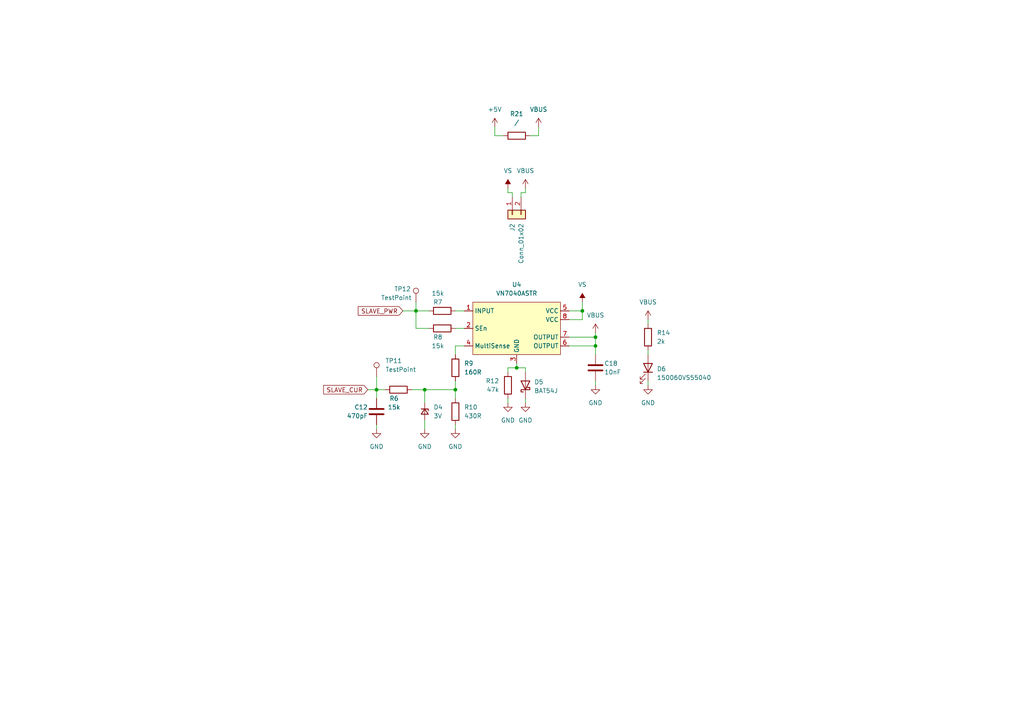
<source format=kicad_sch>
(kicad_sch (version 20250114) (generator "eeschema") (generator_version "9.0")
  (paper "A4")
  (lib_symbols
    (symbol "Connector:TestPoint" (pin_numbers (hide yes)) (pin_names (offset 0.762) (hide yes))
      (property "Reference" "TP" (at 0 6.858 0))
      (property "Value" "TestPoint" (at 0 5.08 0))
      (symbol "TestPoint_0_1"
        (circle (center 0 3.302) (radius 0.762))
      )
      (symbol "TestPoint_1_1"
        (pin passive line (at 0 0 90) (length 2.54) (name "1") (number "1"))
      )
    )
    (symbol "Connector_Generic:Conn_01x02" (pin_names (offset 1.016) (hide yes))
      (property "Reference" "J" (at 0 2.54 0))
      (property "Value" "Conn_01x02" (at 0 -5.08 0))
      (symbol "Conn_01x02_1_1"
        (rectangle (start -1.27 1.27) (end 1.27 -3.81) (stroke (width 0.254)) (fill (type background)))
        (rectangle (start -1.27 0.127) (end 0 -0.127) (stroke (width 0.1524)))
        (rectangle (start -1.27 -2.413) (end 0 -2.667) (stroke (width 0.1524)))
        (pin passive line (at -5.08 0 0) (length 3.81) (name "Pin_1") (number "1"))
        (pin passive line (at -5.08 -2.54 0) (length 3.81) (name "Pin_2") (number "2"))
      )
    )
    (symbol "Device:C" (pin_numbers (hide yes)) (pin_names (offset 0.254))
      (property "Reference" "C" (at 0.635 2.54 0))
      (property "Value" "C" (at 0.635 -2.54 0))
      (symbol "C_0_1"
        (polyline (pts (xy -2.032 0.762) (xy 2.032 0.762)) (stroke (width 0.508)))
        (polyline (pts (xy -2.032 -0.762) (xy 2.032 -0.762)) (stroke (width 0.508)))
      )
      (symbol "C_1_1"
        (pin passive line (at 0 3.81 270) (length 2.794) (name "~") (number "1"))
        (pin passive line (at 0 -3.81 90) (length 2.794) (name "~") (number "2"))
      )
    )
    (symbol "Device:D_Zener_Small" (pin_numbers (hide yes)) (pin_names (offset 0.254) (hide yes))
      (property "Reference" "D" (at 0 2.286 0))
      (property "Value" "D_Zener_Small" (at 0 -2.286 0))
      (symbol "D_Zener_Small_0_1"
        (polyline (pts (xy -0.254 1.016) (xy -0.762 1.016) (xy -0.762 -1.016)) (stroke (width 0.254)))
        (polyline (pts (xy 0.762 1.016) (xy -0.762 0) (xy 0.762 -1.016) (xy 0.762 1.016)) (stroke (width 0.254)))
        (polyline (pts (xy 0.762 0) (xy -0.762 0)))
      )
      (symbol "D_Zener_Small_1_1"
        (pin passive line (at -2.54 0 0) (length 1.778) (name "K") (number "1"))
        (pin passive line (at 2.54 0 180) (length 1.778) (name "A") (number "2"))
      )
    )
    (symbol "Device:LED" (pin_numbers (hide yes)) (pin_names (offset 1.016) (hide yes))
      (property "Reference" "D" (at 0 2.54 0))
      (property "Value" "LED" (at 0 -2.54 0))
      (symbol "LED_0_1"
        (polyline (pts (xy -3.048 -0.762) (xy -4.572 -2.286) (xy -3.81 -2.286) (xy -4.572 -2.286) (xy -4.572 -1.524)))
        (polyline (pts (xy -1.778 -0.762) (xy -3.302 -2.286) (xy -2.54 -2.286) (xy -3.302 -2.286) (xy -3.302 -1.524)))
        (polyline (pts (xy -1.27 0) (xy 1.27 0)))
        (polyline (pts (xy -1.27 -1.27) (xy -1.27 1.27)) (stroke (width 0.254)))
        (polyline (pts (xy 1.27 -1.27) (xy 1.27 1.27) (xy -1.27 0) (xy 1.27 -1.27)) (stroke (width 0.254)))
      )
      (symbol "LED_1_1"
        (pin passive line (at -3.81 0 0) (length 2.54) (name "K") (number "1"))
        (pin passive line (at 3.81 0 180) (length 2.54) (name "A") (number "2"))
      )
    )
    (symbol "Device:R" (pin_numbers (hide yes)) (pin_names (offset 0))
      (property "Reference" "R" (at 2.032 0 90))
      (property "Value" "R" (at 0 0 90))
      (symbol "R_0_1"
        (rectangle (start -1.016 -2.54) (end 1.016 2.54) (stroke (width 0.254)))
      )
      (symbol "R_1_1"
        (pin passive line (at 0 3.81 270) (length 1.27) (name "~") (number "1"))
        (pin passive line (at 0 -3.81 90) (length 1.27) (name "~") (number "2"))
      )
    )
    (symbol "Diode:BAT54J" (pin_numbers (hide yes)) (pin_names (hide yes))
      (property "Reference" "D" (at 0 2.54 0))
      (property "Value" "BAT54J" (at 0 -2.54 0))
      (symbol "BAT54J_0_1"
        (polyline (pts (xy -1.905 0.635) (xy -1.905 1.27) (xy -1.27 1.27) (xy -1.27 -1.27) (xy -0.635 -1.27) (xy -0.635 -0.635)) (stroke (width 0.254)))
        (polyline (pts (xy 1.27 1.27) (xy 1.27 -1.27) (xy -1.27 0) (xy 1.27 1.27)) (stroke (width 0.254)))
        (polyline (pts (xy 1.27 0) (xy -1.27 0)))
      )
      (symbol "BAT54J_1_1"
        (pin passive line (at -3.81 0 0) (length 2.54) (name "K") (number "1"))
        (pin passive line (at 3.81 0 180) (length 2.54) (name "A") (number "2"))
      )
    )
    (symbol "Melexis:VN7040"
      (property "Reference" "U" (at -11.43 11.43 0))
      (property "Value" "VN7040" (at -8.89 8.89 0))
      (symbol "VN7040_0_1"
        (rectangle (start -12.7 7.62) (end 12.7 -7.62) (fill (type background)))
      )
      (symbol "VN7040_1_1"
        (pin input line (at -15.24 5.08 0) (length 2.54) (name "INPUT") (number "1"))
        (pin output line (at -15.24 0 0) (length 2.54) (name "SEn") (number "2"))
        (pin output line (at -15.24 -5.08 0) (length 2.54) (name "MultiSense") (number "4"))
        (pin power_in line (at 0 -10.16 90) (length 2.54) (name "GND") (number "3"))
        (pin power_in line (at 15.24 5.08 180) (length 2.54) (name "VCC") (number "5"))
        (pin power_in line (at 15.24 2.54 180) (length 2.54) (name "VCC") (number "8"))
        (pin power_out line (at 15.24 -2.54 180) (length 2.54) (name "OUTPUT") (number "7"))
        (pin power_out line (at 15.24 -5.08 180) (length 2.54) (name "OUTPUT") (number "6"))
      )
    )
    (symbol "power:+5V" (power) (pin_names (offset 0))
      (property "Value" "+5V" (at 0 3.556 0))
      (symbol "+5V_0_1"
        (polyline (pts (xy -0.762 1.27) (xy 0 2.54)))
        (polyline (pts (xy 0 2.54) (xy 0.762 1.27)))
        (polyline (pts (xy 0 0) (xy 0 2.54)))
      )
      (symbol "+5V_1_1"
        (pin power_in line (at 0 0 90) (length 0) (hide yes) (name "+5V") (number "1"))
      )
    )
    (symbol "power:GND" (power) (pin_names (offset 0))
      (property "Value" "GND" (at 0 -3.81 0))
      (symbol "GND_0_1"
        (polyline (pts (xy 0 0) (xy 0 -1.27) (xy 1.27 -1.27) (xy 0 -2.54) (xy -1.27 -1.27) (xy 0 -1.27)))
      )
      (symbol "GND_1_1"
        (pin power_in line (at 0 0 270) (length 0) (hide yes) (name "GND") (number "1"))
      )
    )
    (symbol "power:VBUS" (power) (pin_names (offset 0))
      (property "Value" "VBUS" (at 0 3.81 0))
      (symbol "VBUS_0_1"
        (polyline (pts (xy -0.762 1.27) (xy 0 2.54)))
        (polyline (pts (xy 0 2.54) (xy 0.762 1.27)))
        (polyline (pts (xy 0 0) (xy 0 2.54)))
      )
      (symbol "VBUS_1_1"
        (pin power_in line (at 0 0 90) (length 0) (hide yes) (name "VBUS") (number "1"))
      )
    )
    (symbol "power:VS" (power) (pin_names (offset 0))
      (property "Value" "VS" (at 0 3.81 0))
      (symbol "VS_0_1"
        (polyline (pts (xy 0 0) (xy 0 2.54)))
        (polyline (pts (xy 0.762 1.27) (xy -0.762 1.27) (xy 0 2.54) (xy 0.762 1.27)) (fill (type outline)))
      )
      (symbol "VS_1_1"
        (pin power_in line (at 0 0 90) (length 0) (hide yes) (name "VS") (number "1"))
      )
    )
  )
  (junction (at 168.91 90.17))
  (junction (at 172.72 97.79))
  (junction (at 172.72 100.33))
  (junction (at 132.08 113.03))
  (junction (at 120.65 90.17))
  (junction (at 123.19 113.03))
  (junction (at 149.86 106.68))
  (junction (at 109.22 113.03))
  (wire (pts (xy 143.51 36.83) (xy 143.51 39.37)))
  (wire (pts (xy 168.91 90.17) (xy 168.91 87.63)))
  (wire (pts (xy 172.72 97.79) (xy 172.72 100.33)))
  (wire (pts (xy 187.96 101.6) (xy 187.96 102.87)))
  (wire (pts (xy 147.32 54.61) (xy 147.32 55.88)))
  (wire (pts (xy 143.51 39.37) (xy 146.05 39.37)))
  (wire (pts (xy 132.08 90.17) (xy 134.62 90.17)))
  (wire (pts (xy 120.65 90.17) (xy 124.46 90.17)))
  (wire (pts (xy 187.96 110.49) (xy 187.96 111.76)))
  (wire (pts (xy 165.1 92.71) (xy 168.91 92.71)))
  (wire (pts (xy 106.68 113.03) (xy 109.22 113.03)))
  (wire (pts (xy 156.21 36.83) (xy 156.21 39.37)))
  (wire (pts (xy 152.4 115.57) (xy 152.4 116.84)))
  (wire (pts (xy 123.19 113.03) (xy 123.19 116.84)))
  (wire (pts (xy 134.62 100.33) (xy 132.08 100.33)))
  (wire (pts (xy 132.08 100.33) (xy 132.08 102.87)))
  (wire (pts (xy 120.65 90.17) (xy 116.84 90.17)))
  (wire (pts (xy 156.21 39.37) (xy 153.67 39.37)))
  (wire (pts (xy 124.46 95.25) (xy 120.65 95.25)))
  (wire (pts (xy 123.19 124.46) (xy 123.19 121.92)))
  (wire (pts (xy 165.1 97.79) (xy 172.72 97.79)))
  (wire (pts (xy 109.22 115.57) (xy 109.22 113.03)))
  (wire (pts (xy 132.08 110.49) (xy 132.08 113.03)))
  (wire (pts (xy 172.72 97.79) (xy 172.72 96.52)))
  (wire (pts (xy 172.72 100.33) (xy 165.1 100.33)))
  (wire (pts (xy 147.32 106.68) (xy 147.32 107.95)))
  (wire (pts (xy 123.19 113.03) (xy 132.08 113.03)))
  (wire (pts (xy 132.08 95.25) (xy 134.62 95.25)))
  (wire (pts (xy 187.96 92.71) (xy 187.96 93.98)))
  (wire (pts (xy 132.08 113.03) (xy 132.08 115.57)))
  (wire (pts (xy 109.22 113.03) (xy 111.76 113.03)))
  (wire (pts (xy 109.22 124.46) (xy 109.22 123.19)))
  (wire (pts (xy 172.72 100.33) (xy 172.72 102.87)))
  (wire (pts (xy 152.4 54.61) (xy 152.4 55.88)))
  (wire (pts (xy 147.32 115.57) (xy 147.32 116.84)))
  (wire (pts (xy 148.59 55.88) (xy 148.59 57.15)))
  (wire (pts (xy 119.38 113.03) (xy 123.19 113.03)))
  (wire (pts (xy 120.65 95.25) (xy 120.65 90.17)))
  (wire (pts (xy 109.22 109.22) (xy 109.22 113.03)))
  (wire (pts (xy 152.4 107.95) (xy 152.4 106.68)))
  (wire (pts (xy 165.1 90.17) (xy 168.91 90.17)))
  (wire (pts (xy 172.72 111.76) (xy 172.72 110.49)))
  (wire (pts (xy 168.91 92.71) (xy 168.91 90.17)))
  (wire (pts (xy 120.65 87.63) (xy 120.65 90.17)))
  (wire (pts (xy 149.86 106.68) (xy 152.4 106.68)))
  (wire (pts (xy 151.13 57.15) (xy 151.13 55.88)))
  (wire (pts (xy 149.86 106.68) (xy 147.32 106.68)))
  (wire (pts (xy 149.86 105.41) (xy 149.86 106.68)))
  (wire (pts (xy 147.32 55.88) (xy 148.59 55.88)))
  (wire (pts (xy 132.08 123.19) (xy 132.08 124.46)))
  (wire (pts (xy 151.13 55.88) (xy 152.4 55.88)))
  (global_label "SLAVE_CUR" (shape input) (at 106.68 113.03 180) (property "Intersheetrefs" "${INTERSHEET_REFS}" (effects (hide yes))))
  (global_label "SLAVE_PWR" (shape input) (at 116.84 90.17 180) (property "Intersheetrefs" "${INTERSHEET_REFS}" (effects (hide yes))))
  (symbol (lib_id "Device:R") (at 128.27 95.25 90) (mirror x) (unit 1)
    (property "Reference" "R8" (at 127 97.79 90))
    (property "Value" "15k" (at 127 100.33 90))
    (property "Footprint" "Resistor_SMD:R_0402_1005Metric" (effects (hide yes)))
  )
  (symbol (lib_id "Device:C") (at 172.72 106.68 0) (unit 1)
    (property "Reference" "C18" (at 175.26 105.41 0) (effects (justify left)))
    (property "Value" "10nF" (at 175.26 107.95 0) (effects (justify left)))
    (property "Footprint" "Capacitor_SMD:C_0805_2012Metric" (effects (hide yes)))
  )
  (symbol (lib_id "power:+5V") (at 143.51 36.83 0) (mirror y) (unit 1)
    (property "Reference" "#PWR0186" (effects (hide yes)))
    (property "Value" "+5V" (at 143.51 31.75 0))
  )
  (symbol (lib_id "Device:R") (at 187.96 97.79 180) (unit 1)
    (property "Reference" "R14" (at 190.5 96.5199 0) (effects (justify right)))
    (property "Value" "2k" (at 190.5 99.0599 0) (effects (justify right)))
    (property "Footprint" "Resistor_SMD:R_0603_1608Metric" (effects (hide yes)))
  )
  (symbol (lib_id "Device:R") (at 115.57 113.03 90) (mirror x) (unit 1)
    (property "Reference" "R6" (at 114.3 115.57 90))
    (property "Value" "15k" (at 114.3 118.11 90))
    (property "Footprint" "Resistor_SMD:R_0402_1005Metric" (effects (hide yes)))
  )
  (symbol (lib_id "Device:D_Zener_Small") (at 123.19 119.38 270) (unit 1)
    (property "Reference" "D4" (at 125.73 118.1099 90) (effects (justify left)))
    (property "Value" "3V" (at 125.73 120.6499 90) (effects (justify left)))
    (property "Footprint" "Diode_SMD:D_SOD-323" (effects (hide yes)))
  )
  (symbol (lib_id "Device:R") (at 128.27 90.17 90) (unit 1)
    (property "Reference" "R7" (at 127 87.63 90))
    (property "Value" "15k" (at 127 85.09 90))
    (property "Footprint" "Resistor_SMD:R_0402_1005Metric" (effects (hide yes)))
  )
  (symbol (lib_id "Device:R") (at 132.08 106.68 0) (unit 1)
    (property "Reference" "R9" (at 134.62 105.4099 0) (effects (justify left)))
    (property "Value" "160R" (at 134.62 107.9499 0) (effects (justify left)))
    (property "Footprint" "Resistor_SMD:R_0402_1005Metric" (effects (hide yes)))
  )
  (symbol (lib_id "power:VBUS") (at 172.72 96.52 0) (unit 1)
    (property "Reference" "#PWR0177" (effects (hide yes)))
    (property "Value" "VBUS" (at 172.72 91.44 0))
  )
  (symbol (lib_id "power:VS") (at 147.32 54.61 0) (mirror y) (unit 1)
    (property "Reference" "#PWR0189" (effects (hide yes)))
    (property "Value" "VS" (at 147.32 49.53 0))
  )
  (symbol (lib_id "power:GND") (at 147.32 116.84 0) (mirror y) (unit 1)
    (property "Reference" "#PWR0181" (effects (hide yes)))
    (property "Value" "GND" (at 147.32 121.92 0))
  )
  (symbol (lib_id "power:GND") (at 187.96 111.76 0) (mirror y) (unit 1)
    (property "Reference" "#PWR0179" (effects (hide yes)))
    (property "Value" "GND" (at 187.96 116.84 0))
  )
  (symbol (lib_id "power:GND") (at 172.72 111.76 0) (mirror y) (unit 1)
    (property "Reference" "#PWR0178" (effects (hide yes)))
    (property "Value" "GND" (at 172.72 116.84 0))
  )
  (symbol (lib_id "Connector_Generic:Conn_01x02") (at 148.59 62.23 90) (mirror x) (unit 1)
    (property "Reference" "J2" (at 148.5899 64.77 0) (effects (justify left)))
    (property "Value" "Conn_01x02" (at 151.1299 64.77 0) (effects (justify left)))
    (property "Footprint" "Connector_PinHeader_2.54mm:PinHeader_1x02_P2.54mm_Vertical" (effects (hide yes)))
  )
  (symbol (lib_id "power:VBUS") (at 152.4 54.61 0) (mirror y) (unit 1)
    (property "Reference" "#PWR0188" (effects (hide yes)))
    (property "Value" "VBUS" (at 152.4 49.53 0))
  )
  (symbol (lib_id "Device:LED") (at 187.96 106.68 270) (mirror x) (unit 1)
    (property "Reference" "D6" (at 190.5 106.9974 90) (effects (justify left)))
    (property "Value" "150060VS55040" (at 190.5 109.5374 90) (effects (justify left)))
    (property "Footprint" "LED_SMD:LED_0603_1608Metric" (effects (hide yes)))
  )
  (symbol (lib_id "Device:R") (at 132.08 119.38 0) (unit 1)
    (property "Reference" "R10" (at 134.62 118.1099 0) (effects (justify left)))
    (property "Value" "430R" (at 134.62 120.6499 0) (effects (justify left)))
    (property "Footprint" "Resistor_SMD:R_0402_1005Metric" (effects (hide yes)))
  )
  (symbol (lib_id "power:GND") (at 132.08 124.46 0) (mirror y) (unit 1)
    (property "Reference" "#PWR0184" (effects (hide yes)))
    (property "Value" "GND" (at 132.08 129.54 0))
  )
  (symbol (lib_id "Device:C") (at 109.22 119.38 0) (mirror y) (unit 1)
    (property "Reference" "C12" (at 106.68 118.11 0) (effects (justify left)))
    (property "Value" "470pF" (at 106.68 120.65 0) (effects (justify left)))
    (property "Footprint" "Capacitor_SMD:C_0402_1005Metric" (effects (hide yes)))
  )
  (symbol (lib_id "power:VBUS") (at 156.21 36.83 0) (unit 1)
    (property "Reference" "#PWR0187" (effects (hide yes)))
    (property "Value" "VBUS" (at 156.21 31.75 0))
  )
  (symbol (lib_id "power:GND") (at 123.19 124.46 0) (mirror y) (unit 1)
    (property "Reference" "#PWR0183" (effects (hide yes)))
    (property "Value" "GND" (at 123.19 129.54 0))
  )
  (symbol (lib_id "Connector:TestPoint") (at 120.65 87.63 0) (mirror y) (unit 1)
    (property "Reference" "TP12" (at 114.3 83.82 0) (effects (justify right)))
    (property "Value" "TestPoint" (at 110.49 86.36 0) (effects (justify right)))
    (property "Footprint" "TestPoint:TestPoint_Pad_D1.0mm" (effects (hide yes)))
  )
  (symbol (lib_id "Diode:BAT54J") (at 152.4 111.76 90) (unit 1)
    (property "Reference" "D5" (at 154.94 110.8074 90) (effects (justify right)))
    (property "Value" "BAT54J" (at 154.94 113.3474 90) (effects (justify right)))
    (property "Footprint" "Diode_SMD:D_SOD-323F" (effects (hide yes)))
    (property "Datasheet" "https://assets.nexperia.com/documents/data-sheet/BAT54J.pdf" (effects (hide yes)))
  )
  (symbol (lib_id "power:GND") (at 152.4 116.84 0) (mirror y) (unit 1)
    (property "Reference" "#PWR0182" (effects (hide yes)))
    (property "Value" "GND" (at 152.4 121.92 0))
  )
  (symbol (lib_id "power:VS") (at 168.91 87.63 0) (unit 1)
    (property "Reference" "#PWR0176" (effects (hide yes)))
    (property "Value" "VS" (at 168.91 82.55 0))
  )
  (symbol (lib_id "power:VBUS") (at 187.96 92.71 0) (unit 1)
    (property "Reference" "#PWR0180" (effects (hide yes)))
    (property "Value" "VBUS" (at 187.96 87.63 0))
  )
  (symbol (lib_id "Melexis:VN7040") (at 149.86 95.25 0) (unit 1)
    (property "Reference" "U4" (at 149.86 82.55 0))
    (property "Value" "VN7040ASTR" (at 149.86 85.09 0))
    (property "Footprint" "Package_SO:SO-8_3.9x4.9mm_P1.27mm" (effects (hide yes)))
  )
  (symbol (lib_id "Device:R") (at 147.32 111.76 0) (mirror x) (unit 1)
    (property "Reference" "R12" (at 144.78 110.4899 0) (effects (justify right)))
    (property "Value" "47k" (at 144.78 113.0299 0) (effects (justify right)))
    (property "Footprint" "Resistor_SMD:R_0402_1005Metric" (effects (hide yes)))
  )
  (symbol (lib_id "Connector:TestPoint") (at 109.22 109.22 0) (unit 1)
    (property "Reference" "TP11" (at 111.76 104.6479 0) (effects (justify left)))
    (property "Value" "TestPoint" (at 111.76 107.1879 0) (effects (justify left)))
    (property "Footprint" "TestPoint:TestPoint_Pad_D1.0mm" (effects (hide yes)))
  )
  (symbol (lib_id "power:GND") (at 109.22 124.46 0) (mirror y) (unit 1)
    (property "Reference" "#PWR0185" (effects (hide yes)))
    (property "Value" "GND" (at 109.22 129.54 0))
  )
  (symbol (lib_id "Device:R") (at 149.86 39.37 90) (unit 1)
    (property "Reference" "R21" (at 149.86 33.02 90))
    (property "Value" "/" (at 149.86 35.56 90))
    (property "Footprint" "Resistor_SMD:R_0402_1005Metric" (effects (hide yes)))
  )
)
</source>
